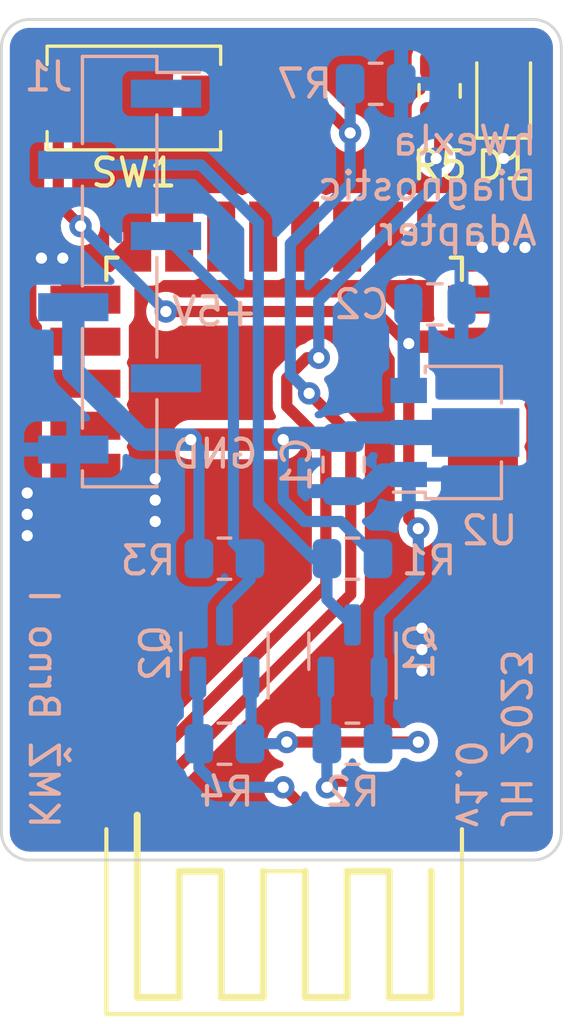
<source format=kicad_pcb>
(kicad_pcb (version 20221018) (generator pcbnew)
  (layers (0 "F.Cu" signal) (31 "B.Cu" signal) (34 "B.Paste" user) (35 "F.Paste" user) (36 "B.SilkS" user "B.Silkscreen") (37 "F.SilkS" user "F.Silkscreen") (38 "B.Mask" user) (39 "F.Mask" user) (44 "Edge.Cuts" user))
  (net 0 "")
  (net 1 "+5V")
  (net 2 "GND")
  (net 3 "+3V3")
  (net 4 "Net-(D1-A)")
  (net 6 "/wexlaTxD")
  (net 7 "/wexlaRxD")
  (net 9 "/HCRX")
  (net 10 "/HCTX")
  (net 11 "Net-(U1-PIO10)")
  (net 12 "Net-(U1-PIO11)")
  (footprint "LED_SMD:LED_0805_2012Metric" (layer "F.Cu") (at 154.94 82.55 90)
    (fp_text reference "D1" (at -2.667 0 180) (layer "F.SilkS"))
    (fp_text value "RED")
    (fp_line (start -1.685 -0.96) (end -1.685 0.96) (stroke (width 0.12)) (layer "F.SilkS"))
    (fp_line (start -1.685 0.96) (end 1 0.96) (stroke (width 0.12)) (layer "F.SilkS"))
    (fp_line (start 1 -0.96) (end -1.685 -0.96) (stroke (width 0.12)) (layer "F.SilkS"))
    (pad "1" smd roundrect (at -0.9375 0 90) (size 0.975 1.4) (layers "F.Cu" "F.Paste" "F.Mask") (net 2 "GND"))
    (pad "2" smd roundrect (at 0.9375 0 90) (size 0.975 1.4) (layers "F.Cu" "F.Paste" "F.Mask") (net 4 "Net-(D1-A)"))
  )
  (footprint "Button_Switch_SMD:SW_SPST_EVQPE1" (layer "F.Cu") (at 141.732 82.804)
    (fp_text reference "SW1" (at 0 2.667 180) (layer "F.SilkS"))
    (fp_text value "SW_Push")
    (fp_line (start -3.1 -1.85) (end -3.1 -1.2) (stroke (width 0.12)) (layer "F.SilkS"))
    (fp_line (start -3.1 1.2) (end -3.1 1.85) (stroke (width 0.12)) (layer "F.SilkS"))
    (fp_line (start -3.1 1.85) (end 3.1 1.85) (stroke (width 0.12)) (layer "F.SilkS"))
    (fp_line (start 3.1 -1.85) (end -3.1 -1.85) (stroke (width 0.12)) (layer "F.SilkS"))
    (fp_line (start 3.1 -1.85) (end 3.1 -1.2) (stroke (width 0.12)) (layer "F.SilkS"))
    (fp_line (start 3.1 1.85) (end 3.1 1.2) (stroke (width 0.12)) (layer "F.SilkS"))
    (pad "1" smd rect (at -2.7 0) (size 2 1.6) (layers "F.Cu" "F.Paste" "F.Mask") (net 3 "+3V3"))
    (pad "2" smd rect (at 2.7 0) (size 2 1.6) (layers "F.Cu" "F.Paste" "F.Mask") (net 12 "Net-(U1-PIO11)"))
  )
  (footprint "Resistor_SMD:R_0805_2012Metric" (layer "F.Cu") (at 152.654 82.55 90)
    (fp_text reference "R5" (at -2.667 0 180) (layer "F.SilkS"))
    (fp_text value "1k")
    (fp_line (start -0.227064 -0.735) (end 0.227064 -0.735) (stroke (width 0.12)) (layer "F.SilkS"))
    (fp_line (start -0.227064 0.735) (end 0.227064 0.735) (stroke (width 0.12)) (layer "F.SilkS"))
    (pad "1" smd roundrect (at -0.9125 0 90) (size 1.025 1.4) (layers "F.Cu" "F.Paste" "F.Mask") (roundrect_rratio 0.243902) (net 11 "Net-(U1-PIO10)"))
    (pad "2" smd roundrect (at 0.9125 0 90) (size 1.025 1.4) (layers "F.Cu" "F.Paste" "F.Mask") (roundrect_rratio 0.243902) (net 4 "Net-(D1-A)"))
  )
  (footprint "hc05:HC05" (layer "F.Cu") (at 147.35 101.9 180)
    (fp_text reference "U1" hide)
    (fp_text value "HC05")
    (fp_line (start -6.1 -13.6) (end -6.1 -7) (stroke (width 0.15)) (layer "F.SilkS"))
    (fp_line (start -6.1 -13.6) (end 6.6 -13.6) (stroke (width 0.15)) (layer "F.SilkS"))
    (fp_line (start -6.1 12.6) (end -6.1 13.4) (stroke (width 0.15)) (layer "F.SilkS"))
    (fp_line (start -6.1 13.4) (end -5.7 13.4) (stroke (width 0.15)) (layer "F.SilkS"))
    (fp_line (start -5 -13) (end -5 -8.5) (stroke (width 0.25)) (layer "F.SilkS"))
    (fp_line (start -3.5 -13) (end -5 -13) (stroke (width 0.25)) (layer "F.SilkS"))
    (fp_line (start -3.5 -8.5) (end -3.5 -13) (stroke (width 0.25)) (layer "F.SilkS"))
    (fp_line (start -2 -13) (end -2 -8.5) (stroke (width 0.25)) (layer "F.SilkS"))
    (fp_line (start -2 -8.5) (end -3.5 -8.5) (stroke (width 0.25)) (layer "F.SilkS"))
    (fp_line (start -0.5 -13) (end -2 -13) (stroke (width 0.25)) (layer "F.SilkS"))
    (fp_line (start -0.5 -8.5) (end -0.5 -13) (stroke (width 0.25)) (layer "F.SilkS"))
    (fp_line (start 1 -13) (end 1 -8.5) (stroke (width 0.25)) (layer "F.SilkS"))
    (fp_line (start 1 -8.5) (end -0.5 -8.5) (stroke (width 0.15)) (layer "F.SilkS"))
    (fp_line (start 2.5 -13) (end 1 -13) (stroke (width 0.25)) (layer "F.SilkS"))
    (fp_line (start 2.5 -8.5) (end 2.5 -13) (stroke (width 0.25)) (layer "F.SilkS"))
    (fp_line (start 4 -13) (end 4 -8.5) (stroke (width 0.25)) (layer "F.SilkS"))
    (fp_line (start 4 -8.5) (end 2.5 -8.5) (stroke (width 0.25)) (layer "F.SilkS"))
    (fp_line (start 5.5 -13) (end 4 -13) (stroke (width 0.25)) (layer "F.SilkS"))
    (fp_line (start 5.5 -6.5) (end 5.5 -13) (stroke (width 0.25)) (layer "F.SilkS"))
    (fp_line (start 6.2 13.4) (end 6.6 13.4) (stroke (width 0.15)) (layer "F.SilkS"))
    (fp_line (start 6.6 -7) (end 6.6 -13.6) (stroke (width 0.15)) (layer "F.SilkS"))
    (fp_line (start 6.6 13.4) (end 6.6 12.6) (stroke (width 0.15)) (layer "F.SilkS"))
    (pad "1" smd rect (at -6.85 -6.1 180) (size 2.5 1) (layers "F.Cu" "F.Paste" "F.Mask") (net 10 "/HCTX"))
    (pad "2" smd rect (at -6.85 -4.6 180) (size 2.5 1) (layers "F.Cu" "F.Paste" "F.Mask") (net 9 "/HCRX"))
    (pad "3" smd rect (at -6.85 -3.1 180) (size 2.5 1) (layers "F.Cu" "F.Paste" "F.Mask"))
    (pad "4" smd rect (at -6.85 -1.6 180) (size 2.5 1) (layers "F.Cu" "F.Paste" "F.Mask"))
    (pad "5" smd rect (at -6.85 -0.1 180) (size 2.5 1) (layers "F.Cu" "F.Paste" "F.Mask"))
    (pad "6" smd rect (at -6.85 1.4 180) (size 2.5 1) (layers "F.Cu" "F.Paste" "F.Mask"))
    (pad "7" smd rect (at -6.85 2.9 180) (size 2.5 1) (layers "F.Cu" "F.Paste" "F.Mask"))
    (pad "8" smd rect (at -6.85 4.4 180) (size 2.5 1) (layers "F.Cu" "F.Paste" "F.Mask"))
    (pad "9" smd rect (at -6.85 5.9 180) (size 2.5 1) (layers "F.Cu" "F.Paste" "F.Mask"))
    (pad "10" smd rect (at -6.85 7.4 180) (size 2.5 1) (layers "F.Cu" "F.Paste" "F.Mask"))
    (pad "11" smd rect (at -6.85 8.9 180) (size 2.5 1) (layers "F.Cu" "F.Paste" "F.Mask"))
    (pad "12" smd rect (at -6.85 10.4 180) (size 2.5 1) (layers "F.Cu" "F.Paste" "F.Mask") (net 3 "+3V3"))
    (pad "13" smd rect (at -6.85 11.9 180) (size 2.5 1) (layers "F.Cu" "F.Paste" "F.Mask") (net 2 "GND"))
    (pad "14" smd rect (at -5 14.15 270) (size 2.5 1) (layers "F.Cu" "F.Paste" "F.Mask"))
    (pad "15" smd rect (at -3.5 14.15 270) (size 2.5 1) (layers "F.Cu" "F.Paste" "F.Mask"))
    (pad "16" smd rect (at -2 14.15 270) (size 2.5 1) (layers "F.Cu" "F.Paste" "F.Mask"))
    (pad "17" smd rect (at -0.5 14.15 270) (size 2.5 1) (layers "F.Cu" "F.Paste" "F.Mask"))
    (pad "18" smd rect (at 1 14.15 270) (size 2.5 1) (layers "F.Cu" "F.Paste" "F.Mask"))
    (pad "19" smd rect (at 2.5 14.15 270) (size 2.5 1) (layers "F.Cu" "F.Paste" "F.Mask"))
    (pad "20" smd rect (at 4 14.15 270) (size 2.5 1) (layers "F.Cu" "F.Paste" "F.Mask"))
    (pad "21" smd rect (at 5.5 14.15 270) (size 2.5 1) (layers "F.Cu" "F.Paste" "F.Mask") (net 2 "GND"))
    (pad "22" smd rect (at 7.35 11.9 180) (size 2.5 1) (layers "F.Cu" "F.Paste" "F.Mask") (net 2 "GND"))
    (pad "23" smd rect (at 7.35 10.4 180) (size 2.5 1) (layers "F.Cu" "F.Paste" "F.Mask"))
    (pad "24" smd rect (at 7.35 8.9 180) (size 2.5 1) (layers "F.Cu" "F.Paste" "F.Mask"))
    (pad "25" smd rect (at 7.35 7.4 180) (size 2.5 1) (layers "F.Cu" "F.Paste" "F.Mask"))
    (pad "26" smd rect (at 7.35 5.9 180) (size 2.5 1) (layers "F.Cu" "F.Paste" "F.Mask"))
    (pad "27" smd rect (at 7.35 4.4 180) (size 2.5 1) (layers "F.Cu" "F.Paste" "F.Mask"))
    (pad "28" smd rect (at 7.35 2.9 180) (size 2.5 1) (layers "F.Cu" "F.Paste" "F.Mask"))
    (pad "29" smd rect (at 7.35 1.4 180) (size 2.5 1) (layers "F.Cu" "F.Paste" "F.Mask"))
    (pad "30" smd rect (at 7.35 -0.1 180) (size 2.5 1) (layers "F.Cu" "F.Paste" "F.Mask"))
    (pad "31" smd rect (at 7.35 -1.6 180) (size 2.5 1) (layers "F.Cu" "F.Paste" "F.Mask"))
    (pad "32" smd rect (at 7.35 -3.1 180) (size 2.5 1) (layers "F.Cu" "F.Paste" "F.Mask"))
    (pad "33" smd rect (at 7.35 -4.6 180) (size 2.5 1) (layers "F.Cu" "F.Paste" "F.Mask") (net 11 "Net-(U1-PIO10)"))
    (pad "34" smd rect (at 7.35 -6.1 180) (size 2.5 1) (layers "F.Cu" "F.Paste" "F.Mask") (net 12 "Net-(U1-PIO11)"))
  )
  (footprint "Resistor_SMD:R_0805_2012Metric" (layer "B.Cu") (at 150.368 82.296)
    (fp_text reference "R7" (at -2.54 0) (layer "B.SilkS") (effects (justify mirror)))
    (fp_text value "10k")
    (fp_line (start -0.227064 -0.735) (end 0.227064 -0.735) (stroke (width 0.12)) (layer "B.SilkS"))
    (fp_line (start -0.227064 0.735) (end 0.227064 0.735) (stroke (width 0.12)) (layer "B.SilkS"))
    (pad "1" smd roundrect (at -0.9125 0) (size 1.025 1.4) (layers "B.Cu" "B.Paste" "B.Mask") (roundrect_rratio 0.243902) (net 12 "Net-(U1-PIO11)"))
    (pad "2" smd roundrect (at 0.9125 0) (size 1.025 1.4) (layers "B.Cu" "B.Paste" "B.Mask") (roundrect_rratio 0.243902) (net 2 "GND"))
  )
  (footprint "Resistor_SMD:R_0805_2012Metric" (layer "B.Cu") (at 144.968 99.245)
    (fp_text reference "R3" (at -2.728 0.069) (layer "B.SilkS") (effects (justify mirror)))
    (fp_text value "10k")
    (fp_line (start -0.227064 -0.735) (end 0.227064 -0.735) (stroke (width 0.12)) (layer "B.SilkS"))
    (fp_line (start -0.227064 0.735) (end 0.227064 0.735) (stroke (width 0.12)) (layer "B.SilkS"))
    (pad "1" smd roundrect (at -0.9125 0) (size 1.025 1.4) (layers "B.Cu" "B.Paste" "B.Mask") (roundrect_rratio 0.243902) (net 1 "+5V"))
    (pad "2" smd roundrect (at 0.9125 0) (size 1.025 1.4) (layers "B.Cu" "B.Paste" "B.Mask") (roundrect_rratio 0.243902) (net 7 "/wexlaRxD"))
  )
  (footprint "Capacitor_SMD:C_0805_2012Metric" (layer "B.Cu") (at 149.225 95.885 -90)
    (fp_text reference "C1" (at 0 1.68 90) (layer "B.SilkS") (effects (justify mirror)))
    (fp_text value "22u")
    (fp_line (start -0.261252 -0.735) (end 0.261252 -0.735) (stroke (width 0.12)) (layer "B.SilkS"))
    (fp_line (start -0.261252 0.735) (end 0.261252 0.735) (stroke (width 0.12)) (layer "B.SilkS"))
    (pad "1" smd roundrect (at -0.95 0 270) (size 1 1.45) (layers "B.Cu" "B.Paste" "B.Mask") (net 1 "+5V"))
    (pad "2" smd roundrect (at 0.95 0 270) (size 1 1.45) (layers "B.Cu" "B.Paste" "B.Mask") (net 2 "GND"))
  )
  (footprint "Package_TO_SOT_SMD:SOT-23" (layer "B.Cu") (at 149.54 102.547 90)
    (fp_text reference "Q1" (at 0 2.4 90) (layer "B.SilkS") (effects (justify mirror)))
    (fp_text value "2N7002")
    (fp_line (start 0 -1.56) (end -0.65 -1.56) (stroke (width 0.12)) (layer "B.SilkS"))
    (fp_line (start 0 -1.56) (end 0.65 -1.56) (stroke (width 0.12)) (layer "B.SilkS"))
    (fp_line (start 0 1.56) (end -1.675 1.56) (stroke (width 0.12)) (layer "B.SilkS"))
    (fp_line (start 0 1.56) (end 0.65 1.56) (stroke (width 0.12)) (layer "B.SilkS"))
    (pad "1" smd roundrect (at -0.9375 0.95 90) (size 1.475 0.6) (layers "B.Cu" "B.Paste" "B.Mask") (net 3 "+3V3"))
    (pad "2" smd roundrect (at -0.9375 -0.95 90) (size 1.475 0.6) (layers "B.Cu" "B.Paste" "B.Mask") (net 9 "/HCRX"))
    (pad "3" smd roundrect (at 0.9375 0 90) (size 1.475 0.6) (layers "B.Cu" "B.Paste" "B.Mask") (net 6 "/wexlaTxD"))
  )
  (footprint "Capacitor_SMD:C_0805_2012Metric" (layer "B.Cu") (at 152.4845 90.17)
    (fp_text reference "C2" (at -2.6245 0) (layer "B.SilkS") (effects (justify mirror)))
    (fp_text value "22u")
    (fp_line (start -0.261252 -0.735) (end 0.261252 -0.735) (stroke (width 0.12)) (layer "B.SilkS"))
    (fp_line (start -0.261252 0.735) (end 0.261252 0.735) (stroke (width 0.12)) (layer "B.SilkS"))
    (pad "1" smd roundrect (at -0.95 0) (size 1 1.45) (layers "B.Cu" "B.Paste" "B.Mask") (net 3 "+3V3"))
    (pad "2" smd roundrect (at 0.95 0) (size 1 1.45) (layers "B.Cu" "B.Paste" "B.Mask") (net 2 "GND"))
  )
  (footprint "Resistor_SMD:R_0805_2012Metric" (layer "B.Cu") (at 144.968 105.849 180)
    (fp_text reference "R4" (at -0.066 -1.72) (layer "B.SilkS") (effects (justify mirror)))
    (fp_text value "10k")
    (fp_line (start -0.227064 -0.735) (end 0.227064 -0.735) (stroke (width 0.12)) (layer "B.SilkS"))
    (fp_line (start -0.227064 0.735) (end 0.227064 0.735) (stroke (width 0.12)) (layer "B.SilkS"))
    (pad "1" smd roundrect (at -0.9125 0 180) (size 1.025 1.4) (layers "B.Cu" "B.Paste" "B.Mask") (roundrect_rratio 0.243902) (net 3 "+3V3"))
    (pad "2" smd roundrect (at 0.9125 0 180) (size 1.025 1.4) (layers "B.Cu" "B.Paste" "B.Mask") (roundrect_rratio 0.243902) (net 10 "/HCTX"))
  )
  (footprint "Connector_PinHeader_2.54mm:PinHeader_1x06_P2.54mm_Vertical_SMD_Pin1Left" (layer "B.Cu") (at 141.224 89 180)
    (fp_text reference "J1" (at 2.54 6.958) (layer "B.SilkS") (effects (justify mirror)))
    (fp_text value "PINHEADER")
    (fp_line (start -1.33 -7.68) (end 1.33 -7.68) (stroke (width 0.12)) (layer "B.SilkS"))
    (fp_line (start -1.33 -4.57) (end -1.33 -7.68) (stroke (width 0.12)) (layer "B.SilkS"))
    (fp_line (start -1.33 0.51) (end -1.33 -3.05) (stroke (width 0.12)) (layer "B.SilkS"))
    (fp_line (start -1.33 5.59) (end -1.33 2.03) (stroke (width 0.12)) (layer "B.SilkS"))
    (fp_line (start -1.33 7.11) (end -2.85 7.11) (stroke (width 0.12)) (layer "B.SilkS"))
    (fp_line (start -1.33 7.68) (end -1.33 7.11) (stroke (width 0.12)) (layer "B.SilkS"))
    (fp_line (start -1.33 7.68) (end 1.33 7.68) (stroke (width 0.12)) (layer "B.SilkS"))
    (fp_line (start 1.33 -7.11) (end 1.33 -7.68) (stroke (width 0.12)) (layer "B.SilkS"))
    (fp_line (start 1.33 -2.03) (end 1.33 -5.59) (stroke (width 0.12)) (layer "B.SilkS"))
    (fp_line (start 1.33 3.05) (end 1.33 -0.51) (stroke (width 0.12)) (layer "B.SilkS"))
    (fp_line (start 1.33 7.68) (end 1.33 4.57) (stroke (width 0.12)) (layer "B.SilkS"))
    (pad "1" smd rect (at -1.655 6.35 180) (size 2.51 1) (layers "B.Cu" "B.Paste" "B.Mask"))
    (pad "2" smd rect (at 1.655 3.81 180) (size 2.51 1) (layers "B.Cu" "B.Paste" "B.Mask") (net 6 "/wexlaTxD"))
    (pad "3" smd rect (at -1.655 1.27 180) (size 2.51 1) (layers "B.Cu" "B.Paste" "B.Mask") (net 7 "/wexlaRxD"))
    (pad "4" smd rect (at 1.655 -1.27 180) (size 2.51 1) (layers "B.Cu" "B.Paste" "B.Mask") (net 1 "+5V"))
    (pad "5" smd rect (at -1.655 -3.81 180) (size 2.51 1) (layers "B.Cu" "B.Paste" "B.Mask"))
    (pad "6" smd rect (at 1.655 -6.35 180) (size 2.51 1) (layers "B.Cu" "B.Paste" "B.Mask") (net 2 "GND"))
  )
  (footprint "Package_TO_SOT_SMD:SOT-89-3" (layer "B.Cu") (at 153.5005 94.742)
    (fp_text reference "U2" (at 0.9315 3.5) (layer "B.SilkS") (effects (justify mirror)))
    (fp_text value "HT7533-1")
    (fp_line (start -2.5 2.13) (end -1.36 2.13) (stroke (width 0.12)) (layer "B.SilkS"))
    (fp_line (start -1.36 -2.36) (end -1.36 -2.13) (stroke (width 0.12)) (layer "B.SilkS"))
    (fp_line (start -1.36 2.36) (end -1.36 2.13) (stroke (width 0.12)) (layer "B.SilkS"))
    (fp_line (start -1.36 2.36) (end 1.36 2.36) (stroke (width 0.12)) (layer "B.SilkS"))
    (fp_line (start 1.36 -2.36) (end -1.36 -2.36) (stroke (width 0.12)) (layer "B.SilkS"))
    (fp_line (start 1.36 -1.05) (end 1.36 -2.36) (stroke (width 0.12)) (layer "B.SilkS"))
    (fp_line (start 1.36 2.36) (end 1.36 1.05) (stroke (width 0.12)) (layer "B.SilkS"))
    (pad "1" smd rect (at -1.95 1.5) (size 1.3 0.9) (layers "B.Cu" "B.Paste" "B.Mask") (net 2 "GND"))
    (pad "2" smd custom (at -1.8625 0) (size 1.475 0.9) (layers "B.Cu" "B.Paste" "B.Mask") (net 1 "+5V") (options (clearance outline) (anchor rect)) (primitives (gr_poly (pts (xy 3.8625 -0.8665) (xy 0.7375 -0.8665) (xy 0.7375 0.8665) (xy 3.8625 0.8665)) (width 0) (fill yes))))
    (pad "3" smd rect (at -1.95 -1.5) (size 1.3 0.9) (layers "B.Cu" "B.Paste" "B.Mask") (net 3 "+3V3"))
  )
  (footprint "Resistor_SMD:R_0805_2012Metric" (layer "B.Cu") (at 149.54 105.849 180)
    (fp_text reference "R2" (at 0 -1.72) (layer "B.SilkS") (effects (justify mirror)))
    (fp_text value "10k")
    (fp_line (start -0.227064 -0.735) (end 0.227064 -0.735) (stroke (width 0.12)) (layer "B.SilkS"))
    (fp_line (start -0.227064 0.735) (end 0.227064 0.735) (stroke (width 0.12)) (layer "B.SilkS"))
    (pad "1" smd roundrect (at -0.9125 0 180) (size 1.025 1.4) (layers "B.Cu" "B.Paste" "B.Mask") (roundrect_rratio 0.243902) (net 3 "+3V3"))
    (pad "2" smd roundrect (at 0.9125 0 180) (size 1.025 1.4) (layers "B.Cu" "B.Paste" "B.Mask") (roundrect_rratio 0.243902) (net 9 "/HCRX"))
  )
  (footprint "Package_TO_SOT_SMD:SOT-23" (layer "B.Cu") (at 144.968 102.547 90)
    (fp_text reference "Q2" (at -0.069 -2.474 90) (layer "B.SilkS") (effects (justify mirror)))
    (fp_text value "2N7002")
    (fp_line (start 0 -1.56) (end -0.65 -1.56) (stroke (width 0.12)) (layer "B.SilkS"))
    (fp_line (start 0 -1.56) (end 0.65 -1.56) (stroke (width 0.12)) (layer "B.SilkS"))
    (fp_line (start 0 1.56) (end -1.675 1.56) (stroke (width 0.12)) (layer "B.SilkS"))
    (fp_line (start 0 1.56) (end 0.65 1.56) (stroke (width 0.12)) (layer "B.SilkS"))
    (pad "1" smd roundrect (at -0.9375 0.95 90) (size 1.475 0.6) (layers "B.Cu" "B.Paste" "B.Mask") (net 3 "+3V3"))
    (pad "2" smd roundrect (at -0.9375 -0.95 90) (size 1.475 0.6) (layers "B.Cu" "B.Paste" "B.Mask") (net 10 "/HCTX"))
    (pad "3" smd roundrect (at 0.9375 0 90) (size 1.475 0.6) (layers "B.Cu" "B.Paste" "B.Mask") (net 7 "/wexlaRxD"))
  )
  (footprint "Resistor_SMD:R_0805_2012Metric" (layer "B.Cu") (at 149.54 99.245 180)
    (fp_text reference "R1" (at -2.733 -0.069) (layer "B.SilkS") (effects (justify mirror)))
    (fp_text value "10k")
    (fp_line (start -0.227064 -0.735) (end 0.227064 -0.735) (stroke (width 0.12)) (layer "B.SilkS"))
    (fp_line (start -0.227064 0.735) (end 0.227064 0.735) (stroke (width 0.12)) (layer "B.SilkS"))
    (pad "1" smd roundrect (at -0.9125 0 180) (size 1.025 1.4) (layers "B.Cu" "B.Paste" "B.Mask") (roundrect_rratio 0.243902) (net 1 "+5V"))
    (pad "2" smd roundrect (at 0.9125 0 180) (size 1.025 1.4) (layers "B.Cu" "B.Paste" "B.Mask") (roundrect_rratio 0.243902) (net 6 "/wexlaTxD"))
  )
  (gr_line (start 156 80) (end 138 80) (stroke (width 0.1)) (layer "Edge.Cuts"))
  (gr_line (start 138 110) (end 156 110) (stroke (width 0.1)) (layer "Edge.Cuts"))
  (gr_line (start 137 81) (end 137 109) (stroke (width 0.1)) (layer "Edge.Cuts"))
  (gr_arc (start 157 109) (mid 156.707107 109.707107) (end 156 110) (stroke (width 0.1)) (layer "Edge.Cuts"))
  (gr_line (start 157 109) (end 157 81) (stroke (width 0.1)) (layer "Edge.Cuts"))
  (gr_arc (start 137 81) (mid 137.292893 80.292893) (end 138 80) (stroke (width 0.1)) (layer "Edge.Cuts"))
  (gr_arc (start 156 80) (mid 156.707107 80.292893) (end 157 81) (stroke (width 0.1)) (layer "Edge.Cuts"))
  (gr_arc (start 138 110) (mid 137.292893 109.707107) (end 137 109) (stroke (width 0.1)) (layer "Edge.Cuts"))
  (gr_text "GND" (at 143.002 95.504) (layer "B.SilkS") (effects (font (size 1 1)) (justify right mirror)))
  (gr_text "+5V\n" (at 143.002 90.424) (layer "B.SilkS") (effects (font (size 1 1)) (justify right mirror)))
  (gr_text "JH 2023\nv1.0" (at 153.162 108.966 270) (layer "B.SilkS") (effects (font (size 1 1)) (justify left bottom mirror)))
  (gr_text "KMŽ Brno I" (at 137.922 108.966 -90) (layer "B.SilkS") (effects (font (size 1 1)) (justify left bottom mirror)))
  (gr_text "hWexla\nDiagnostic\nAdapter" (at 156.21 88.138) (layer "B.SilkS") (effects (font (size 1 1)) (justify left bottom mirror)))
  (segment (start 143.764 94.996) (end 147.066 94.996) (width 0.8) (layer "F.Cu") (net 1))
  (via (at 147.066 94.996) (size 0.8) (drill 0.4) (layers "F.Cu" "B.Cu") (net 1))
  (via (at 143.764 94.996) (size 0.8) (drill 0.4) (layers "F.Cu" "B.Cu") (net 1))
  (via (at 143.764 94.996) (size 0.8) (drill 0.4) (layers "F.Cu" "B.Cu") (net 1))
  (segment (start 144.0555 99.245) (end 144.0555 95.2875) (width 0.4) (layer "B.Cu") (net 1))
  (segment (start 149.418 94.742) (end 149.225 94.935) (width 0.8) (layer "B.Cu") (net 1))
  (segment (start 143.637 94.996) (end 143.764 94.996) (width 0.8) (layer "B.Cu") (net 1))
  (segment (start 149.1245 97.917) (end 147.828 97.917) (width 0.4) (layer "B.Cu") (net 1))
  (segment (start 150.4525 99.245) (end 149.1245 97.917) (width 0.4) (layer "B.Cu") (net 1))
  (segment (start 141.986 94.996) (end 143.637 94.996) (width 0.8) (layer "B.Cu") (net 1))
  (segment (start 147.127 94.935) (end 147.066 94.996) (width 0.8) (layer "B.Cu") (net 1))
  (segment (start 147.066 97.155) (end 147.066 94.996) (width 0.4) (layer "B.Cu") (net 1))
  (segment (start 144.0555 95.2875) (end 143.764 94.996) (width 0.4) (layer "B.Cu") (net 1))
  (segment (start 149.225 94.935) (end 147.127 94.935) (width 0.8) (layer "B.Cu") (net 1))
  (segment (start 147.828 97.917) (end 147.066 97.155) (width 0.4) (layer "B.Cu") (net 1))
  (segment (start 139.569 90.27) (end 139.569 92.579) (width 0.8) (layer "B.Cu") (net 1))
  (segment (start 151.638 94.742) (end 149.418 94.742) (width 0.8) (layer "B.Cu") (net 1))
  (segment (start 139.569 92.579) (end 141.986 94.996) (width 0.8) (layer "B.Cu") (net 1))
  (via (at 154.94 88.138) (size 0.8) (drill 0.4) (layers "F.Cu" "B.Cu") (net 2))
  (via (at 138.43 88.519) (size 0.8) (drill 0.4) (layers "F.Cu" "B.Cu") (net 2))
  (via (at 152.019 102.489) (size 0.8) (drill 0.4) (layers "F.Cu" "B.Cu") (net 2))
  (via (at 154.178 88.138) (size 0.8) (drill 0.4) (layers "F.Cu" "B.Cu") (net 2))
  (via (at 155.702 88.138) (size 0.8) (drill 0.4) (layers "F.Cu" "B.Cu") (net 2))
  (via (at 152.019 103.251) (size 0.8) (drill 0.4) (layers "F.Cu" "B.Cu") (net 2))
  (via (at 154.94 84.963) (size 0.8) (drill 0.4) (layers "F.Cu" "B.Cu") (net 2))
  (via (at 139.192 88.519) (size 0.8) (drill 0.4) (layers "F.Cu" "B.Cu") (net 2))
  (via (at 142.494 96.393) (size 0.8) (drill 0.4) (layers "F.Cu" "B.Cu") (net 2))
  (via (at 152.019 101.727) (size 0.8) (drill 0.4) (layers "F.Cu" "B.Cu") (net 2))
  (via (at 142.494 97.155) (size 0.8) (drill 0.4) (layers "F.Cu" "B.Cu") (net 2))
  (via (at 142.494 97.917) (size 0.8) (drill 0.4) (layers "F.Cu" "B.Cu") (net 2))
  (via (at 137.922 97.663) (size 0.8) (drill 0.4) (layers "F.Cu" "B.Cu") (net 2))
  (via (at 137.922 98.425) (size 0.8) (drill 0.4) (layers "F.Cu" "B.Cu") (net 2))
  (via (at 137.922 96.901) (size 0.8) (drill 0.4) (layers "F.Cu" "B.Cu") (net 2))
  (segment (start 151.5505 96.242) (end 150.646 96.242) (width 0.8) (layer "B.Cu") (net 2))
  (segment (start 150.646 96.242) (end 150.053 96.835) (width 0.8) (layer "B.Cu") (net 2))
  (segment (start 150.053 96.835) (end 149.225 96.835) (width 0.8) (layer "B.Cu") (net 2))
  (segment (start 151.892 105.791) (end 147.193 105.791) (width 0.4) (layer "F.Cu") (net 3))
  (segment (start 151.5505 97.8295) (end 151.5505 91.567) (width 0.4) (layer "F.Cu") (net 3))
  (segment (start 151.892 98.171) (end 151.5505 97.8295) (width 0.4) (layer "F.Cu") (net 3))
  (segment (start 139.032 86.581) (end 139.827 87.376) (width 0.4) (layer "F.Cu") (net 3))
  (segment (start 151.511 91.567) (end 150.368 90.424) (width 0.4) (layer "F.Cu") (net 3))
  (segment (start 139.032 82.804) (end 139.032 86.581) (width 0.4) (layer "F.Cu") (net 3))
  (segment (start 150.368 90.424) (end 142.875 90.424) (width 0.4) (layer "F.Cu") (net 3))
  (segment (start 151.6175 91.5) (end 151.5505 91.567) (width 0.8) (layer "F.Cu") (net 3))
  (segment (start 151.5505 91.567) (end 151.511 91.567) (width 0.4) (layer "F.Cu") (net 3))
  (segment (start 154.2 91.5) (end 151.6175 91.5) (width 0.8) (layer "F.Cu") (net 3))
  (via (at 139.827 87.376) (size 0.8) (drill 0.4) (layers "F.Cu" "B.Cu") (net 3))
  (via (at 142.875 90.424) (size 0.8) (drill 0.4) (layers "F.Cu" "B.Cu") (net 3))
  (via (at 147.193 105.791) (size 0.8) (drill 0.4) (layers "F.Cu" "B.Cu") (net 3))
  (via (at 151.892 98.171) (size 0.8) (drill 0.4) (layers "F.Cu" "B.Cu") (net 3))
  (via (at 151.892 105.791) (size 0.8) (drill 0.4) (layers "F.Cu" "B.Cu") (net 3))
  (via (at 151.5505 91.567) (size 0.8) (drill 0.4) (layers "F.Cu" "B.Cu") (net 3))
  (segment (start 151.834 105.849) (end 150.4525 105.849) (width 0.4) (layer "B.Cu") (net 3))
  (segment (start 145.8805 105.849) (end 147.135 105.849) (width 0.4) (layer "B.Cu") (net 3))
  (segment (start 142.875 90.424) (end 139.827 87.376) (width 0.4) (layer "B.Cu") (net 3))
  (segment (start 151.892 105.791) (end 151.834 105.849) (width 0.4) (layer "B.Cu") (net 3))
  (segment (start 151.5505 90.186) (end 151.5345 90.17) (width 1) (layer "B.Cu") (net 3))
  (segment (start 150.49 103.4845) (end 150.49 101.224) (width 0.4) (layer "B.Cu") (net 3))
  (segment (start 150.49 105.8115) (end 150.4525 105.849) (width 0.4) (layer "B.Cu") (net 3))
  (segment (start 150.49 101.224) (end 151.892 99.822) (width 0.4) (layer "B.Cu") (net 3))
  (segment (start 150.49 103.4845) (end 150.49 105.8115) (width 0.4) (layer "B.Cu") (net 3))
  (segment (start 145.918 103.4845) (end 145.918 105.8115) (width 0.4) (layer "B.Cu") (net 3))
  (segment (start 151.5505 93.242) (end 151.5505 90.186) (width 0.8) (layer "B.Cu") (net 3))
  (segment (start 151.892 99.822) (end 151.892 98.171) (width 0.4) (layer "B.Cu") (net 3))
  (segment (start 145.918 105.8115) (end 145.8805 105.849) (width 0.4) (layer "B.Cu") (net 3))
  (segment (start 147.135 105.849) (end 147.193 105.791) (width 0.4) (layer "B.Cu") (net 3))
  (segment (start 152.654 81.6375) (end 154.915 81.6375) (width 0.4) (layer "F.Cu") (net 4))
  (segment (start 154.915 81.6375) (end 154.94 81.6125) (width 0.4) (layer "F.Cu") (net 4))
  (segment (start 146.177 87.249) (end 146.177 97.282) (width 0.4) (layer "B.Cu") (net 6))
  (segment (start 148.6275 100.697) (end 149.54 101.6095) (width 0.4) (layer "B.Cu") (net 6))
  (segment (start 148.14 99.245) (end 148.6275 99.245) (width 0.4) (layer "B.Cu") (net 6))
  (segment (start 139.569 85.19) (end 144.118 85.19) (width 0.4) (layer "B.Cu") (net 6))
  (segment (start 148.6275 99.245) (end 148.6275 100.697) (width 0.4) (layer "B.Cu") (net 6))
  (segment (start 146.177 97.282) (end 148.14 99.245) (width 0.4) (layer "B.Cu") (net 6))
  (segment (start 144.118 85.19) (end 146.177 87.249) (width 0.4) (layer "B.Cu") (net 6))
  (segment (start 145.288 98.6525) (end 145.288 90.17) (width 0.4) (layer "B.Cu") (net 7))
  (segment (start 144.968 101.6095) (end 144.968 100.904) (width 0.4) (layer "B.Cu") (net 7))
  (segment (start 145.8805 99.9915) (end 145.8805 99.245) (width 0.4) (layer "B.Cu") (net 7))
  (segment (start 142.879 87.761) (end 142.879 87.73) (width 0.4) (layer "B.Cu") (net 7))
  (segment (start 144.968 100.904) (end 145.8805 99.9915) (width 0.4) (layer "B.Cu") (net 7))
  (segment (start 145.8805 99.245) (end 145.288 98.6525) (width 0.4) (layer "B.Cu") (net 7))
  (segment (start 145.288 90.17) (end 142.879 87.761) (width 0.4) (layer "B.Cu") (net 7))
  (segment (start 148.844 107.188) (end 148.6275 107.4045) (width 0.4) (layer "F.Cu") (net 9))
  (segment (start 152.58 106.5) (end 151.892 107.188) (width 0.4) (layer "F.Cu") (net 9))
  (segment (start 154.2 106.5) (end 152.58 106.5) (width 0.4) (layer "F.Cu") (net 9))
  (segment (start 151.892 107.188) (end 148.844 107.188) (width 0.4) (layer "F.Cu") (net 9))
  (via (at 148.6275 107.4045) (size 0.8) (drill 0.4) (layers "F.Cu" "B.Cu") (net 9))
  (segment (start 148.59 103.4845) (end 148.59 105.8115) (width 0.4) (layer "B.Cu") (net 9))
  (segment (start 148.6275 105.849) (end 148.6275 107.4045) (width 0.4) (layer "B.Cu") (net 9))
  (segment (start 148.59 105.8115) (end 148.6275 105.849) (width 0.4) (layer "B.Cu") (net 9))
  (segment (start 147.066 107.4045) (end 148.1615 108.5) (width 0.4) (layer "F.Cu") (net 10))
  (segment (start 149.81 108) (end 154.2 108) (width 0.4) (layer "F.Cu") (net 10))
  (segment (start 149.31 108.5) (end 149.81 108) (width 0.4) (layer "F.Cu") (net 10))
  (segment (start 148.1615 108.5) (end 149.31 108.5) (width 0.4) (layer "F.Cu") (net 10))
  (via (at 147.066 107.4045) (size 0.8) (drill 0.4) (layers "F.Cu" "B.Cu") (net 10))
  (segment (start 144.7425 107.4045) (end 147.066 107.4045) (width 0.4) (layer "B.Cu") (net 10))
  (segment (start 144.018 105.8115) (end 144.0555 105.849) (width 0.4) (layer "B.Cu") (net 10))
  (segment (start 144.0555 105.849) (end 144.0555 106.7175) (width 0.4) (layer "B.Cu") (net 10))
  (segment (start 144.0555 106.7175) (end 144.7425 107.4045) (width 0.4) (layer "B.Cu") (net 10))
  (segment (start 144.018 103.4845) (end 144.018 105.8115) (width 0.4) (layer "B.Cu") (net 10))
  (segment (start 152.654 84.836) (end 152.654 83.4625) (width 0.4) (layer "F.Cu") (net 11))
  (segment (start 152.527 84.963) (end 152.654 84.836) (width 0.4) (layer "F.Cu") (net 11))
  (segment (start 147.1925 92.798314) (end 147.1925 93.803371) (width 0.4) (layer "F.Cu") (net 11))
  (segment (start 148.336 92.075) (end 147.915814 92.075) (width 0.4) (layer "F.Cu") (net 11))
  (segment (start 147.1925 93.803371) (end 148.59 95.200871) (width 0.4) (layer "F.Cu") (net 11))
  (segment (start 148.59 100.203) (end 142.293 106.5) (width 0.4) (layer "F.Cu") (net 11))
  (segment (start 142.293 106.5) (end 140 106.5) (width 0.4) (layer "F.Cu") (net 11))
  (segment (start 147.915814 92.075) (end 147.1925 92.798314) (width 0.4) (layer "F.Cu") (net 11))
  (segment (start 148.59 95.200871) (end 148.59 100.203) (width 0.4) (layer "F.Cu") (net 11))
  (via (at 148.336 92.075) (size 0.8) (drill 0.4) (layers "F.Cu" "B.Cu") (net 11))
  (via (at 152.527 84.963) (size 0.8) (drill 0.4) (layers "F.Cu" "B.Cu") (net 11))
  (segment (start 148.336 90.043) (end 152.527 85.852) (width 0.4) (layer "B.Cu") (net 11))
  (segment (start 152.527 85.852) (end 152.527 84.963) (width 0.4) (layer "B.Cu") (net 11))
  (segment (start 148.336 92.075) (end 148.336 90.043) (width 0.4) (layer "B.Cu") (net 11))
  (segment (start 149.479 94.832) (end 149.479 100.5205) (width 0.4) (layer "F.Cu") (net 12))
  (segment (start 141.9995 108) (end 140 108) (width 0.4) (layer "F.Cu") (net 12))
  (segment (start 149.4555 84.0505) (end 147.955 82.55) (width 0.4) (layer "F.Cu") (net 12))
  (segment (start 147.992 93.345) (end 149.479 94.832) (width 0.4) (layer "F.Cu") (net 12))
  (segment (start 147.955 82.55) (end 144.686 82.55) (width 0.4) (layer "F.Cu") (net 12))
  (segment (start 149.479 100.5205) (end 141.9995 108) (width 0.4) (layer "F.Cu") (net 12))
  (segment (start 144.686 82.55) (end 144.432 82.804) (width 0.4) (layer "F.Cu") (net 12))
  (via (at 147.992 93.345) (size 0.8) (drill 0.4) (layers "F.Cu" "B.Cu") (net 12))
  (via (at 149.4555 84.0505) (size 0.8) (drill 0.4) (layers "F.Cu" "B.Cu") (net 12))
  (segment (start 147.32 88.011) (end 147.32 92.673) (width 0.4) (layer "B.Cu") (net 12))
  (segment (start 147.32 92.673) (end 147.992 93.345) (width 0.4) (layer "B.Cu") (net 12))
  (segment (start 149.4555 84.0505) (end 149.4555 85.8755) (width 0.4) (layer "B.Cu") (net 12))
  (segment (start 149.4555 84.0505) (end 149.4555 82.296) (width 0.4) (layer "B.Cu") (net 12))
  (segment (start 149.4555 85.8755) (end 147.32 88.011) (width 0.4) (layer "B.Cu") (net 12))
  (zone (net 2) (net_name "GND") (layers "F&B.Cu") (connect_pads (clearance 0.3)) (min_thickness 0.25) (fill yes (thermal_gap 0.5) (thermal_bridge_width 0.5))
    (polygon (pts (xy 137 80) (xy 157 80) (xy 157 110) (xy 137 110)))
  )
)
</source>
